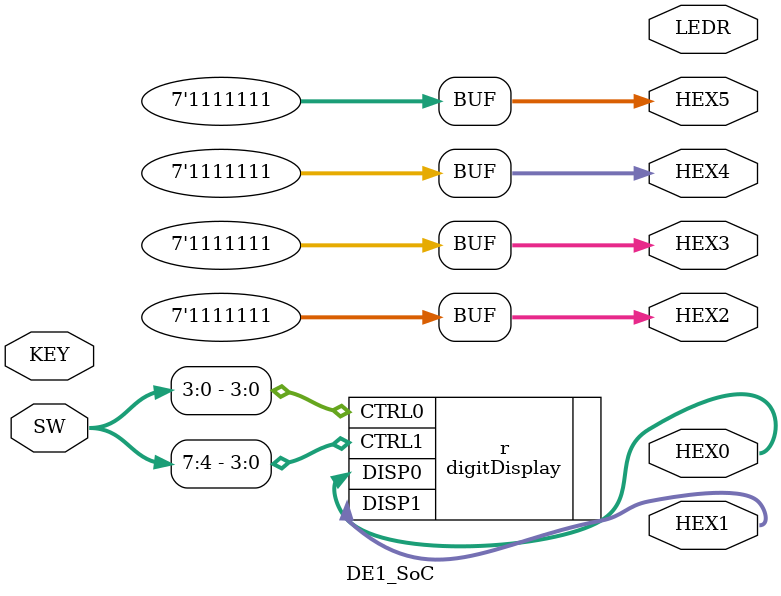
<source format=sv>
module DE1_SoC (HEX0, HEX1, HEX2, HEX3, HEX4, HEX5, KEY, LEDR, SW);
	output logic [6:0] HEX0, HEX1, HEX2, HEX3, HEX4, HEX5;
	output logic [9:0] LEDR;
	input logic [3:0] KEY;
	input logic [9:0] SW;
	
	// Turns off unused the HEX displays
	assign HEX2 = 7'b1111111;
	assign HEX3 = 7'b1111111;
	assign HEX4 = 7'b1111111;
	assign HEX5 = 7'b1111111;
	
	digitDisplay r (.DISP0(HEX0), .CTRL0(SW[3:0]), .DISP1(HEX1), .CTRL1(SW[7:4]));
endmodule

</source>
